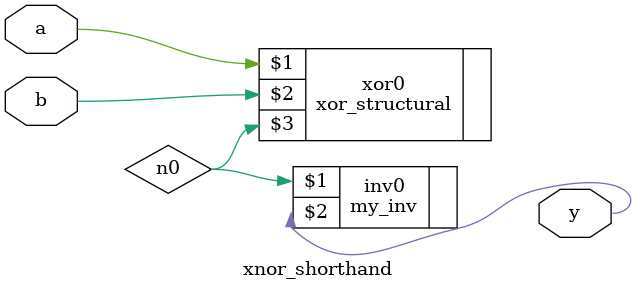
<source format=v>
module xnor_shorthand (
	input		a,
	input		b,
	output	y
	);
	
	wire n0;
	
	xor_structural xor0 (a, b, n0);
//	shorthand for:
//	xor_structural xor0 (
//		.a	(a),
//		.b (b),
//		.y (n0)
//	);
	
	my_inv inv0 (n0, y);
//	shorthand for:
//	my_inv inv0 (
//		.a	(n0),
//		.y	(y)
//	);
	
endmodule

</source>
